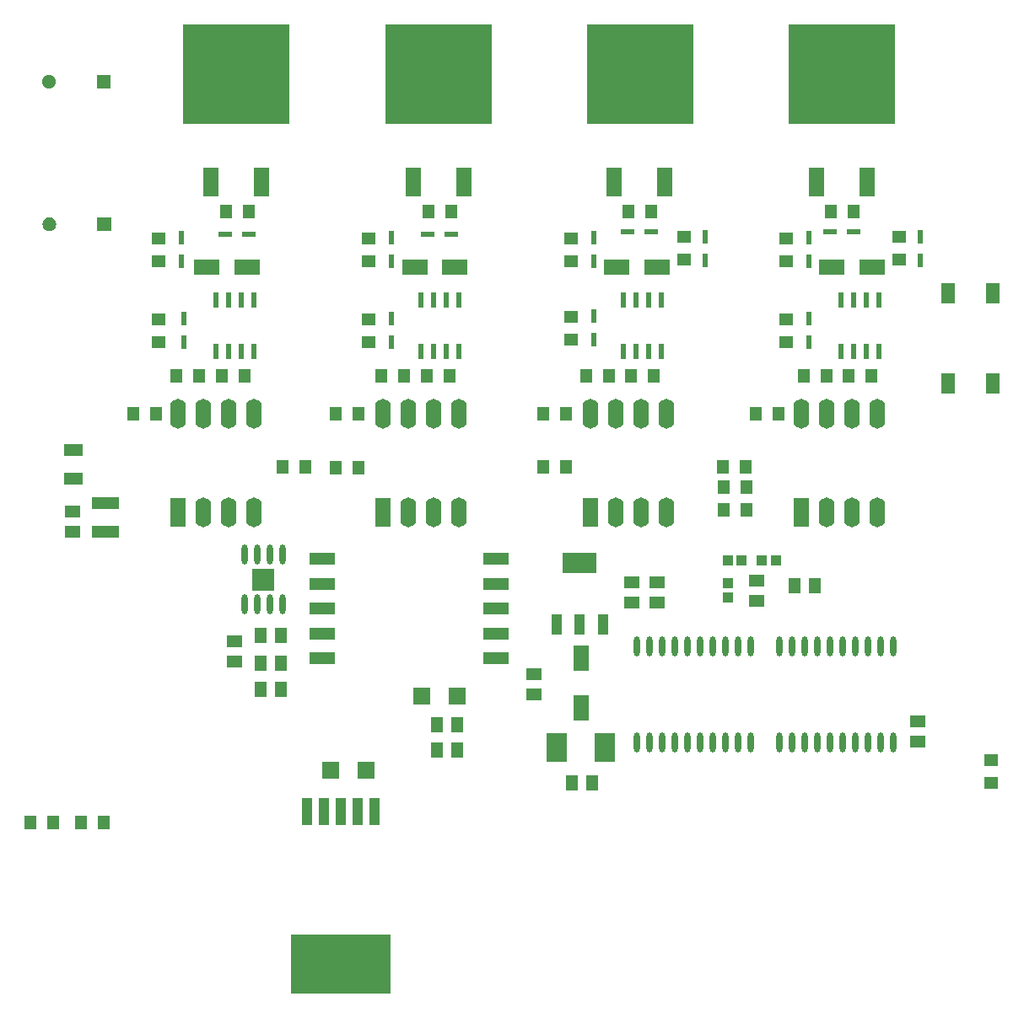
<source format=gtp>
G04 Layer_Color=8421504*
%FSLAX44Y44*%
%MOMM*%
G71*
G01*
G75*
%ADD10R,1.8500X1.3000*%
%ADD11R,1.2700X1.6002*%
%ADD12R,1.7780X1.7780*%
%ADD13R,1.6002X1.2700*%
%ADD14R,2.7000X1.3000*%
%ADD15R,2.2900X2.2900*%
%ADD16O,0.6000X2.0000*%
%ADD17R,2.5000X1.2700*%
%ADD18O,0.6000X2.0000*%
%ADD19R,1.1000X1.0000*%
%ADD20R,2.0000X3.0000*%
%ADD21R,10.0000X6.0000*%
%ADD22R,1.0700X2.7500*%
%ADD23R,1.5000X2.5000*%
%ADD24R,1.2700X1.3970*%
%ADD25R,1.3970X1.2700*%
%ADD26R,1.4000X2.1000*%
%ADD27R,1.0000X1.1000*%
%ADD28R,0.5500X1.4500*%
%ADD29R,2.5000X1.5000*%
%ADD30R,0.5080X1.5240*%
%ADD31R,1.4500X0.5500*%
%ADD32R,10.7000X10.0000*%
%ADD33R,1.5000X3.0000*%
%ADD34R,1.6000X3.0000*%
%ADD35O,1.6000X3.0000*%
%ADD36R,1.1000X2.1500*%
%ADD37R,1.1000X2.1500*%
%ADD38R,3.5000X2.1500*%
%ADD83R,1.4940X1.2190*%
%ADD84R,1.4940X1.2190*%
G36*
X-873102Y772922D02*
X-886818D01*
Y786638D01*
X-873102D01*
Y772922D01*
D02*
G37*
G36*
X-933288Y786461D02*
X-931619Y785770D01*
X-930187Y784671D01*
X-929088Y783239D01*
X-928397Y781570D01*
X-928161Y779780D01*
X-928397Y777990D01*
X-929088Y776321D01*
X-930187Y774889D01*
X-931619Y773790D01*
X-933288Y773099D01*
X-935078Y772863D01*
X-936868Y773099D01*
X-938537Y773790D01*
X-939969Y774889D01*
X-941068Y776321D01*
X-941759Y777990D01*
X-941995Y779780D01*
X-941759Y781570D01*
X-941068Y783239D01*
X-939969Y784671D01*
X-938537Y785770D01*
X-936868Y786461D01*
X-935078Y786697D01*
X-933288Y786461D01*
D02*
G37*
G36*
X-873483Y916432D02*
X-887199D01*
Y930148D01*
X-873483D01*
Y916432D01*
D02*
G37*
G36*
X-933669Y929971D02*
X-932000Y929280D01*
X-930568Y928181D01*
X-929469Y926749D01*
X-928777Y925080D01*
X-928542Y923290D01*
X-928777Y921500D01*
X-929469Y919831D01*
X-930568Y918399D01*
X-932000Y917299D01*
X-933669Y916609D01*
X-935459Y916373D01*
X-937249Y916609D01*
X-938918Y917299D01*
X-940350Y918399D01*
X-941450Y919831D01*
X-942141Y921500D01*
X-942376Y923290D01*
X-942141Y925080D01*
X-941450Y926749D01*
X-940350Y928181D01*
X-938918Y929280D01*
X-937249Y929971D01*
X-935459Y930207D01*
X-933669Y929971D01*
D02*
G37*
D10*
X-910590Y523980D02*
D03*
Y552980D02*
D03*
D11*
X-525780Y276860D02*
D03*
X-546100D02*
D03*
X-546100Y251460D02*
D03*
X-525780D02*
D03*
X-722630Y312420D02*
D03*
X-702310D02*
D03*
X-389890Y218440D02*
D03*
X-410210D02*
D03*
X-166370Y416560D02*
D03*
X-186690D02*
D03*
X-722630Y339090D02*
D03*
X-702310D02*
D03*
X-722630Y367030D02*
D03*
X-702310D02*
D03*
D12*
X-561340Y306070D02*
D03*
X-525780D02*
D03*
X-617220Y231140D02*
D03*
X-652780D02*
D03*
D13*
X-911860Y491490D02*
D03*
Y471170D02*
D03*
X-749300Y340360D02*
D03*
Y360680D02*
D03*
X-224790Y421640D02*
D03*
Y401320D02*
D03*
X-448310Y327660D02*
D03*
Y307340D02*
D03*
X-63500Y260350D02*
D03*
Y280670D02*
D03*
X-350520Y400050D02*
D03*
Y420370D02*
D03*
X-325120Y400050D02*
D03*
Y420370D02*
D03*
D14*
X-878840Y470640D02*
D03*
Y499640D02*
D03*
D15*
X-720090Y422910D02*
D03*
D16*
X-739140Y397910D02*
D03*
X-726440D02*
D03*
X-713740D02*
D03*
X-701040D02*
D03*
X-739140Y447910D02*
D03*
X-726440D02*
D03*
X-713740D02*
D03*
X-701040D02*
D03*
D17*
X-486540Y343700D02*
D03*
Y368700D02*
D03*
Y393700D02*
D03*
Y418700D02*
D03*
Y443700D02*
D03*
X-661540D02*
D03*
Y418700D02*
D03*
Y393700D02*
D03*
Y368700D02*
D03*
Y343700D02*
D03*
D18*
X-345440Y355600D02*
D03*
X-243840Y259080D02*
D03*
X-269240Y355600D02*
D03*
X-256540D02*
D03*
X-243840D02*
D03*
X-269240Y259080D02*
D03*
X-281940D02*
D03*
X-256540D02*
D03*
X-231140D02*
D03*
Y355600D02*
D03*
X-294640Y259080D02*
D03*
X-307340D02*
D03*
X-320040D02*
D03*
X-332740D02*
D03*
X-345440D02*
D03*
X-332740Y355600D02*
D03*
X-320040D02*
D03*
X-307340D02*
D03*
X-294640D02*
D03*
X-281940D02*
D03*
X-201930D02*
D03*
X-100330Y259080D02*
D03*
X-125730Y355600D02*
D03*
X-113030D02*
D03*
X-100330D02*
D03*
X-125730Y259080D02*
D03*
X-138430D02*
D03*
X-113030D02*
D03*
X-87630D02*
D03*
Y355600D02*
D03*
X-151130Y259080D02*
D03*
X-163830D02*
D03*
X-176530D02*
D03*
X-189230D02*
D03*
X-201930D02*
D03*
X-189230Y355600D02*
D03*
X-176530D02*
D03*
X-163830D02*
D03*
X-151130D02*
D03*
X-138430D02*
D03*
D19*
X-254000Y405130D02*
D03*
Y419131D02*
D03*
D20*
X-426190Y254000D02*
D03*
X-377190D02*
D03*
D21*
X-642620Y36830D02*
D03*
D22*
X-676620Y189974D02*
D03*
X-659620D02*
D03*
X-642620D02*
D03*
X-625620D02*
D03*
X-608620D02*
D03*
D23*
X-401320Y343770D02*
D03*
Y293770D02*
D03*
D24*
X-953770Y179070D02*
D03*
X-930910D02*
D03*
X-902970D02*
D03*
X-880110D02*
D03*
X-257810Y515620D02*
D03*
X-234950D02*
D03*
X-257810Y492760D02*
D03*
X-234950D02*
D03*
X-533250Y627380D02*
D03*
X-556110D02*
D03*
X-738990D02*
D03*
X-761850D02*
D03*
X-554840Y792480D02*
D03*
X-531980D02*
D03*
X-758040D02*
D03*
X-735180D02*
D03*
X-647550Y589280D02*
D03*
X-624690D02*
D03*
X-601830Y627380D02*
D03*
X-578970D02*
D03*
X-850750Y589280D02*
D03*
X-827890D02*
D03*
X-807570Y627380D02*
D03*
X-784710D02*
D03*
X-624840Y535686D02*
D03*
X-647700D02*
D03*
X-678180Y535940D02*
D03*
X-701040D02*
D03*
X-110340Y627380D02*
D03*
X-133200D02*
D03*
X-328780D02*
D03*
X-351640D02*
D03*
X-225910Y589280D02*
D03*
X-203050D02*
D03*
X-177650Y627380D02*
D03*
X-154790D02*
D03*
X-439270Y589534D02*
D03*
X-416410D02*
D03*
X-396090Y627380D02*
D03*
X-373230D02*
D03*
X-236220Y535940D02*
D03*
X-259080D02*
D03*
X-439420D02*
D03*
X-416560D02*
D03*
X-150980Y792480D02*
D03*
X-128120D02*
D03*
X-354180D02*
D03*
X-331320D02*
D03*
D25*
X10160Y241300D02*
D03*
Y218440D02*
D03*
X-614530Y684530D02*
D03*
Y661670D02*
D03*
X-825350Y684530D02*
D03*
Y661670D02*
D03*
X-411330Y687070D02*
D03*
Y664210D02*
D03*
X-195430Y661670D02*
D03*
Y684530D02*
D03*
X-825350Y742950D02*
D03*
Y765810D02*
D03*
X-298300Y767080D02*
D03*
Y744220D02*
D03*
X-82400Y767080D02*
D03*
Y744220D02*
D03*
X-411330Y765810D02*
D03*
Y742950D02*
D03*
X-195430Y765810D02*
D03*
Y742950D02*
D03*
X-614530Y765810D02*
D03*
Y742950D02*
D03*
D26*
X11738Y710834D02*
D03*
Y619834D02*
D03*
X-33262Y710834D02*
D03*
Y619834D02*
D03*
D27*
X-205709Y441960D02*
D03*
X-219710D02*
D03*
X-240000D02*
D03*
X-254000D02*
D03*
D28*
X-591670Y766130D02*
D03*
Y742630D02*
D03*
X-276710Y743900D02*
D03*
Y767400D02*
D03*
X-60810Y743900D02*
D03*
Y767400D02*
D03*
X-172570Y742630D02*
D03*
Y766130D02*
D03*
X-388470Y742630D02*
D03*
Y766130D02*
D03*
X-802490Y742630D02*
D03*
Y766130D02*
D03*
X-172570Y684850D02*
D03*
Y661350D02*
D03*
X-388470Y687390D02*
D03*
Y663890D02*
D03*
X-591670Y684850D02*
D03*
Y661350D02*
D03*
X-799950Y684850D02*
D03*
Y661350D02*
D03*
D29*
X-776770Y736600D02*
D03*
X-736770D02*
D03*
X-365290D02*
D03*
X-325290D02*
D03*
X-109390D02*
D03*
X-149390D02*
D03*
X-568170D02*
D03*
X-528170D02*
D03*
D30*
X-768200Y652145D02*
D03*
X-755500D02*
D03*
X-742800D02*
D03*
X-730100D02*
D03*
Y704215D02*
D03*
X-742800D02*
D03*
X-755500D02*
D03*
X-768200D02*
D03*
X-562460D02*
D03*
X-549760D02*
D03*
X-537060D02*
D03*
X-524360D02*
D03*
Y652145D02*
D03*
X-537060D02*
D03*
X-549760D02*
D03*
X-562460D02*
D03*
X-140820Y704215D02*
D03*
X-128120D02*
D03*
X-115420D02*
D03*
X-102720D02*
D03*
Y652145D02*
D03*
X-115420D02*
D03*
X-128120D02*
D03*
X-140820D02*
D03*
X-359260Y704215D02*
D03*
X-346560D02*
D03*
X-333860D02*
D03*
X-321160D02*
D03*
Y652145D02*
D03*
X-333860D02*
D03*
X-346560D02*
D03*
X-359260D02*
D03*
D31*
X-151300Y772160D02*
D03*
X-127800D02*
D03*
X-555160Y769620D02*
D03*
X-531660D02*
D03*
X-758360D02*
D03*
X-734860D02*
D03*
X-354500Y772160D02*
D03*
X-331000D02*
D03*
D32*
X-747268Y930656D02*
D03*
X-544068D02*
D03*
X-342392D02*
D03*
X-139446D02*
D03*
D33*
X-772922Y822272D02*
D03*
X-722122D02*
D03*
X-518922D02*
D03*
X-569722D02*
D03*
X-368046D02*
D03*
X-317246D02*
D03*
X-114300D02*
D03*
X-165100D02*
D03*
D34*
X-806300Y490271D02*
D03*
X-600560D02*
D03*
X-392280D02*
D03*
X-180190D02*
D03*
D35*
X-780900D02*
D03*
X-755500D02*
D03*
X-730100D02*
D03*
Y589280D02*
D03*
X-755500D02*
D03*
X-780900D02*
D03*
X-806300D02*
D03*
X-575160Y490271D02*
D03*
X-549760D02*
D03*
X-524360D02*
D03*
Y589280D02*
D03*
X-549760D02*
D03*
X-575160D02*
D03*
X-600560D02*
D03*
X-366880Y490271D02*
D03*
X-341480D02*
D03*
X-316080D02*
D03*
Y589280D02*
D03*
X-341480D02*
D03*
X-366880D02*
D03*
X-392280D02*
D03*
X-154790Y490271D02*
D03*
X-129390D02*
D03*
X-103990D02*
D03*
Y589280D02*
D03*
X-129390D02*
D03*
X-154790D02*
D03*
X-180190D02*
D03*
D36*
X-425590Y377940D02*
D03*
X-379590D02*
D03*
D37*
X-402590D02*
D03*
D38*
X-402590Y439940D02*
D03*
D83*
X-702575Y891423D02*
D03*
X-702575Y906613D02*
D03*
Y921803D02*
D03*
Y936993D02*
D03*
Y952182D02*
D03*
Y967372D02*
D03*
X-720515Y891423D02*
D03*
X-738455Y967372D02*
D03*
Y952182D02*
D03*
Y936993D02*
D03*
Y921803D02*
D03*
Y906613D02*
D03*
X-756393Y967372D02*
D03*
Y952182D02*
D03*
Y936993D02*
D03*
Y921803D02*
D03*
Y906613D02*
D03*
X-756393Y891423D02*
D03*
X-792273Y967372D02*
D03*
Y952182D02*
D03*
Y936993D02*
D03*
Y921803D02*
D03*
Y906613D02*
D03*
X-792273Y891423D02*
D03*
X-589073D02*
D03*
X-589073Y906613D02*
D03*
Y921803D02*
D03*
Y936993D02*
D03*
Y952182D02*
D03*
Y967372D02*
D03*
X-553193Y891423D02*
D03*
X-553193Y906613D02*
D03*
Y921803D02*
D03*
Y936993D02*
D03*
Y952182D02*
D03*
Y967372D02*
D03*
X-535255Y906613D02*
D03*
Y921803D02*
D03*
Y936993D02*
D03*
Y952182D02*
D03*
Y967372D02*
D03*
X-517315Y891423D02*
D03*
X-499375Y967372D02*
D03*
Y952182D02*
D03*
Y936993D02*
D03*
Y921803D02*
D03*
Y906613D02*
D03*
X-499375Y891423D02*
D03*
X-297699D02*
D03*
X-297699Y906613D02*
D03*
Y921803D02*
D03*
Y936993D02*
D03*
Y952182D02*
D03*
Y967372D02*
D03*
X-315639Y891423D02*
D03*
X-333579Y967372D02*
D03*
Y952182D02*
D03*
Y936993D02*
D03*
Y921803D02*
D03*
Y906613D02*
D03*
X-351517Y967372D02*
D03*
Y952182D02*
D03*
Y936993D02*
D03*
Y921803D02*
D03*
Y906613D02*
D03*
X-351517Y891423D02*
D03*
X-387397Y967372D02*
D03*
Y952182D02*
D03*
Y936993D02*
D03*
Y921803D02*
D03*
Y906613D02*
D03*
X-387397Y891423D02*
D03*
X-184451D02*
D03*
X-184451Y906613D02*
D03*
Y921803D02*
D03*
Y936993D02*
D03*
Y952182D02*
D03*
Y967372D02*
D03*
X-148571Y891423D02*
D03*
X-148571Y906613D02*
D03*
Y921803D02*
D03*
Y936993D02*
D03*
Y952182D02*
D03*
Y967372D02*
D03*
X-130633Y906613D02*
D03*
Y921803D02*
D03*
Y936993D02*
D03*
Y952182D02*
D03*
Y967372D02*
D03*
X-112693Y891423D02*
D03*
X-94753Y967372D02*
D03*
Y952182D02*
D03*
Y936993D02*
D03*
Y921803D02*
D03*
Y906613D02*
D03*
X-94753Y891423D02*
D03*
D84*
X-720515Y967372D02*
D03*
Y952182D02*
D03*
Y936993D02*
D03*
Y921803D02*
D03*
Y906613D02*
D03*
X-738455Y891423D02*
D03*
X-774333Y967372D02*
D03*
Y952182D02*
D03*
Y936993D02*
D03*
Y921803D02*
D03*
Y906613D02*
D03*
X-774333Y891423D02*
D03*
X-571133D02*
D03*
X-571133Y906613D02*
D03*
Y921803D02*
D03*
Y936993D02*
D03*
Y952182D02*
D03*
Y967372D02*
D03*
X-535255Y891423D02*
D03*
X-517315Y906613D02*
D03*
Y921803D02*
D03*
Y936993D02*
D03*
Y952182D02*
D03*
Y967372D02*
D03*
X-315639D02*
D03*
Y952182D02*
D03*
Y936993D02*
D03*
Y921803D02*
D03*
Y906613D02*
D03*
X-333579Y891423D02*
D03*
X-369457Y967372D02*
D03*
Y952182D02*
D03*
Y936993D02*
D03*
Y921803D02*
D03*
Y906613D02*
D03*
X-369457Y891423D02*
D03*
X-166511D02*
D03*
X-166511Y906613D02*
D03*
Y921803D02*
D03*
Y936993D02*
D03*
Y952182D02*
D03*
Y967372D02*
D03*
X-130633Y891423D02*
D03*
X-112693Y906613D02*
D03*
Y921803D02*
D03*
Y936993D02*
D03*
Y952182D02*
D03*
Y967372D02*
D03*
M02*

</source>
